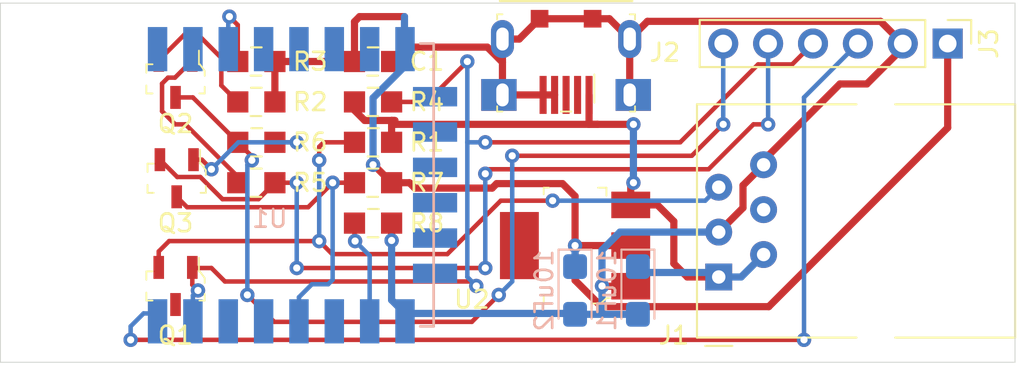
<source format=kicad_pcb>
(kicad_pcb (version 20171130) (host pcbnew "(5.1.9-0-10_14)")

  (general
    (thickness 1.6)
    (drawings 4)
    (tracks 218)
    (zones 0)
    (modules 19)
    (nets 32)
  )

  (page A4)
  (layers
    (0 F.Cu signal)
    (31 B.Cu signal)
    (32 B.Adhes user)
    (33 F.Adhes user)
    (34 B.Paste user)
    (35 F.Paste user)
    (36 B.SilkS user)
    (37 F.SilkS user)
    (38 B.Mask user)
    (39 F.Mask user)
    (40 Dwgs.User user)
    (41 Cmts.User user)
    (42 Eco1.User user)
    (43 Eco2.User user)
    (44 Edge.Cuts user)
    (45 Margin user)
    (46 B.CrtYd user)
    (47 F.CrtYd user)
    (48 B.Fab user)
    (49 F.Fab user hide)
  )

  (setup
    (last_trace_width 0.254)
    (trace_clearance 0.2032)
    (zone_clearance 0.508)
    (zone_45_only no)
    (trace_min 0.2)
    (via_size 0.8128)
    (via_drill 0.4064)
    (via_min_size 0.4)
    (via_min_drill 0.3)
    (uvia_size 0.3)
    (uvia_drill 0.1)
    (uvias_allowed no)
    (uvia_min_size 0.2)
    (uvia_min_drill 0.1)
    (edge_width 0.05)
    (segment_width 0.2)
    (pcb_text_width 0.3)
    (pcb_text_size 1.5 1.5)
    (mod_edge_width 0.12)
    (mod_text_size 1 1)
    (mod_text_width 0.15)
    (pad_size 1.524 1.524)
    (pad_drill 0.762)
    (pad_to_mask_clearance 0)
    (aux_axis_origin 0 0)
    (visible_elements FFFFFF7F)
    (pcbplotparams
      (layerselection 0x010fc_ffffffff)
      (usegerberextensions false)
      (usegerberattributes true)
      (usegerberadvancedattributes true)
      (creategerberjobfile true)
      (excludeedgelayer true)
      (linewidth 0.100000)
      (plotframeref false)
      (viasonmask false)
      (mode 1)
      (useauxorigin false)
      (hpglpennumber 1)
      (hpglpenspeed 20)
      (hpglpendiameter 15.000000)
      (psnegative false)
      (psa4output false)
      (plotreference true)
      (plotvalue true)
      (plotinvisibletext false)
      (padsonsilk false)
      (subtractmaskfromsilk false)
      (outputformat 1)
      (mirror false)
      (drillshape 1)
      (scaleselection 1)
      (outputdirectory ""))
  )

  (net 0 "")
  (net 1 GND)
  (net 2 +5V)
  (net 3 +3V3)
  (net 4 "Net-(J1-Pad4)")
  (net 5 DATA)
  (net 6 "Net-(J2-Pad3)")
  (net 7 "Net-(J2-Pad2)")
  (net 8 RTS)
  (net 9 DTR)
  (net 10 RX)
  (net 11 TX)
  (net 12 "Net-(Q2-Pad1)")
  (net 13 RST)
  (net 14 "Net-(Q3-Pad1)")
  (net 15 GPIO0)
  (net 16 "Net-(R3-Pad1)")
  (net 17 "Net-(R8-Pad2)")
  (net 18 "Net-(U1-Pad22)")
  (net 19 "Net-(U1-Pad21)")
  (net 20 "Net-(U1-Pad20)")
  (net 21 "Net-(U1-Pad19)")
  (net 22 "Net-(U1-Pad18)")
  (net 23 "Net-(U1-Pad17)")
  (net 24 "Net-(U1-Pad14)")
  (net 25 "Net-(U1-Pad13)")
  (net 26 "Net-(U1-Pad11)")
  (net 27 "Net-(U1-Pad7)")
  (net 28 "Net-(U1-Pad6)")
  (net 29 "Net-(U1-Pad5)")
  (net 30 "Net-(U1-Pad4)")
  (net 31 "Net-(U1-Pad2)")

  (net_class Default "This is the default net class."
    (clearance 0.2032)
    (trace_width 0.254)
    (via_dia 0.8128)
    (via_drill 0.4064)
    (uvia_dia 0.3)
    (uvia_drill 0.1)
    (add_net DATA)
    (add_net DTR)
    (add_net GPIO0)
    (add_net "Net-(J1-Pad4)")
    (add_net "Net-(J2-Pad2)")
    (add_net "Net-(J2-Pad3)")
    (add_net "Net-(Q2-Pad1)")
    (add_net "Net-(Q3-Pad1)")
    (add_net "Net-(R3-Pad1)")
    (add_net "Net-(R8-Pad2)")
    (add_net "Net-(U1-Pad11)")
    (add_net "Net-(U1-Pad13)")
    (add_net "Net-(U1-Pad14)")
    (add_net "Net-(U1-Pad17)")
    (add_net "Net-(U1-Pad18)")
    (add_net "Net-(U1-Pad19)")
    (add_net "Net-(U1-Pad2)")
    (add_net "Net-(U1-Pad20)")
    (add_net "Net-(U1-Pad21)")
    (add_net "Net-(U1-Pad22)")
    (add_net "Net-(U1-Pad4)")
    (add_net "Net-(U1-Pad5)")
    (add_net "Net-(U1-Pad6)")
    (add_net "Net-(U1-Pad7)")
    (add_net RST)
    (add_net RTS)
    (add_net RX)
    (add_net TX)
  )

  (net_class POWER ""
    (clearance 0.2032)
    (trace_width 0.4064)
    (via_dia 0.8128)
    (via_drill 0.4064)
    (uvia_dia 0.3)
    (uvia_drill 0.1)
    (add_net +3V3)
    (add_net +5V)
    (add_net GND)
  )

  (module digikey-footprints:SOT-23-3 (layer F.Cu) (tedit 60396C32) (tstamp 6039909F)
    (at 9.906 -4.318 270)
    (path /603A0EE4)
    (attr smd)
    (fp_text reference Q1 (at 2.794 0) (layer F.SilkS)
      (effects (font (size 1 1) (thickness 0.15)))
    )
    (fp_text value BS170 (at 0.025 3.25 90) (layer F.Fab)
      (effects (font (size 1 1) (thickness 0.15)))
    )
    (fp_text user %R (at -0.125 0.15 90) (layer F.Fab)
      (effects (font (size 0.25 0.25) (thickness 0.05)))
    )
    (fp_line (start 0.7 1.52) (end 0.7 -1.52) (layer F.Fab) (width 0.1))
    (fp_line (start -0.7 1.52) (end 0.7 1.52) (layer F.Fab) (width 0.1))
    (fp_line (start 0.825 -1.65) (end 0.825 -1.35) (layer F.SilkS) (width 0.1))
    (fp_line (start 0.45 -1.65) (end 0.825 -1.65) (layer F.SilkS) (width 0.1))
    (fp_line (start 0.825 1.65) (end 0.375 1.65) (layer F.SilkS) (width 0.1))
    (fp_line (start 0.825 1.35) (end 0.825 1.65) (layer F.SilkS) (width 0.1))
    (fp_line (start 0.825 1.425) (end 0.825 1.3) (layer F.SilkS) (width 0.1))
    (fp_line (start -0.825 1.65) (end -0.825 1.3) (layer F.SilkS) (width 0.1))
    (fp_line (start -0.35 1.65) (end -0.825 1.65) (layer F.SilkS) (width 0.1))
    (fp_line (start -0.425 -1.525) (end -0.7 -1.325) (layer F.Fab) (width 0.1))
    (fp_line (start -0.425 -1.525) (end 0.7 -1.525) (layer F.Fab) (width 0.1))
    (fp_line (start -0.7 -1.325) (end -0.7 1.525) (layer F.Fab) (width 0.1))
    (fp_line (start -0.825 -1.325) (end -1.6 -1.325) (layer F.SilkS) (width 0.1))
    (fp_line (start -0.825 -1.375) (end -0.825 -1.325) (layer F.SilkS) (width 0.1))
    (fp_line (start -0.45 -1.65) (end -0.825 -1.375) (layer F.SilkS) (width 0.1))
    (fp_line (start -0.175 -1.65) (end -0.45 -1.65) (layer F.SilkS) (width 0.1))
    (fp_line (start 1.825 -1.95) (end 1.825 1.95) (layer F.CrtYd) (width 0.05))
    (fp_line (start 1.825 1.95) (end -1.825 1.95) (layer F.CrtYd) (width 0.05))
    (fp_line (start -1.825 -1.95) (end -1.825 1.95) (layer F.CrtYd) (width 0.05))
    (fp_line (start -1.825 -1.95) (end 1.825 -1.95) (layer F.CrtYd) (width 0.05))
    (pad 1 smd rect (at -1.05 -0.95 270) (size 1.3 0.6) (layers F.Cu F.Paste F.Mask)
      (net 10 RX) (solder_mask_margin 0.07))
    (pad 2 smd rect (at -1.05 0.95 270) (size 1.3 0.6) (layers F.Cu F.Paste F.Mask)
      (net 5 DATA) (solder_mask_margin 0.07))
    (pad 3 smd rect (at 1.05 0 270) (size 1.3 0.6) (layers F.Cu F.Paste F.Mask)
      (net 1 GND) (solder_mask_margin 0.07))
    (model ${KISYS3DMOD}/Package_TO_SOT_SMD.3dshapes/SOT-23.wrl
      (at (xyz 0 0 0))
      (scale (xyz 1 1 1))
      (rotate (xyz 0 0 0))
    )
  )

  (module digikey-footprints:SOT-223 (layer F.Cu) (tedit 60396C60) (tstamp 6039998E)
    (at 32.512 -6.604 90)
    (path /6039D754)
    (attr smd)
    (fp_text reference U2 (at -3.048 -5.842) (layer F.SilkS)
      (effects (font (size 1 1) (thickness 0.15)))
    )
    (fp_text value AMS1117-3.3 (at 0.15 5.65 90) (layer F.Fab)
      (effects (font (size 1 1) (thickness 0.15)))
    )
    (fp_text user %R (at -0.05 0.025 90) (layer F.Fab)
      (effects (font (size 1 1) (thickness 0.15)))
    )
    (fp_line (start 3.15 -1.65) (end 3.15 1.65) (layer F.Fab) (width 0.1))
    (fp_line (start -3.15 -1.65) (end 3.15 -1.65) (layer F.Fab) (width 0.1))
    (fp_line (start 3.275 -1.775) (end 3.275 -1.475) (layer F.SilkS) (width 0.1))
    (fp_line (start 2.9 -1.775) (end 3.275 -1.775) (layer F.SilkS) (width 0.1))
    (fp_line (start -3.275 -1.775) (end -3.275 -1.375) (layer F.SilkS) (width 0.1))
    (fp_line (start -2.775 -1.775) (end -3.275 -1.775) (layer F.SilkS) (width 0.1))
    (fp_line (start 3.275 1.775) (end 2.825 1.775) (layer F.SilkS) (width 0.1))
    (fp_line (start 3.275 1.3) (end 3.275 1.775) (layer F.SilkS) (width 0.1))
    (fp_line (start -3.15 1.35) (end -2.875 1.65) (layer F.Fab) (width 0.1))
    (fp_line (start 3.15 1.65) (end -2.875 1.65) (layer F.Fab) (width 0.1))
    (fp_line (start -3.15 1.35) (end -3.15 -1.65) (layer F.Fab) (width 0.1))
    (fp_line (start 3.45 -4.45) (end 3.45 4.45) (layer F.CrtYd) (width 0.05))
    (fp_line (start 3.45 -4.45) (end -3.45 -4.45) (layer F.CrtYd) (width 0.05))
    (fp_line (start -3.45 -4.45) (end -3.45 4.45) (layer F.CrtYd) (width 0.05))
    (fp_line (start -3.45 4.45) (end 3.45 4.45) (layer F.CrtYd) (width 0.05))
    (fp_line (start -2.975 1.775) (end -2.975 1.97) (layer F.SilkS) (width 0.1))
    (fp_line (start -3.275 1.45) (end -2.975 1.775) (layer F.SilkS) (width 0.1))
    (fp_line (start -3.275 0.975) (end -3.275 1.45) (layer F.SilkS) (width 0.1))
    (pad 4 smd rect (at 0 -3.15 90) (size 3.8 2.2) (layers F.Cu F.Paste F.Mask))
    (pad 1 smd rect (at -2.3 3.15 90) (size 1.5 2.2) (layers F.Cu F.Paste F.Mask)
      (net 1 GND))
    (pad 2 smd rect (at 0 3.15 90) (size 1.5 2.2) (layers F.Cu F.Paste F.Mask)
      (net 3 +3V3))
    (pad 3 smd rect (at 2.3 3.15 90) (size 1.5 2.2) (layers F.Cu F.Paste F.Mask)
      (net 2 +5V))
    (model ${KISYS3DMOD}/Package_TO_SOT_SMD.3dshapes/SOT-223.step
      (at (xyz 0 0 0))
      (scale (xyz 1 1 1))
      (rotate (xyz 0 0 -90))
    )
  )

  (module ESP8266:ESP-12E_SMD (layer B.Cu) (tedit 58FB7FFE) (tstamp 60399185)
    (at 8.89 -17.018 270)
    (descr "Module, ESP-8266, ESP-12, 16 pad, SMD")
    (tags "Module ESP-8266 ESP8266")
    (path /6039C456)
    (fp_text reference U1 (at 8.89 -6.35) (layer B.SilkS)
      (effects (font (size 1 1) (thickness 0.15)) (justify mirror))
    )
    (fp_text value ESP-12E (at 5.08 -6.35) (layer B.Fab) hide
      (effects (font (size 1 1) (thickness 0.15)) (justify mirror))
    )
    (fp_text user "No Copper" (at 6.892 5.4 270) (layer B.CrtYd)
      (effects (font (size 1 1) (thickness 0.15)) (justify mirror))
    )
    (fp_line (start -2.25 0.5) (end -2.25 8.75) (layer B.CrtYd) (width 0.05))
    (fp_line (start -2.25 8.75) (end 15.25 8.75) (layer B.CrtYd) (width 0.05))
    (fp_line (start 15.25 8.75) (end 16.25 8.75) (layer B.CrtYd) (width 0.05))
    (fp_line (start 16.25 8.75) (end 16.25 -16) (layer B.CrtYd) (width 0.05))
    (fp_line (start 16.25 -16) (end -2.25 -16) (layer B.CrtYd) (width 0.05))
    (fp_line (start -2.25 -16) (end -2.25 0.5) (layer B.CrtYd) (width 0.05))
    (fp_line (start -1.016 8.382) (end 14.986 8.382) (layer B.CrtYd) (width 0.1524))
    (fp_line (start 14.986 8.382) (end 14.986 0.889) (layer B.CrtYd) (width 0.1524))
    (fp_line (start -1.016 8.382) (end -1.016 1.016) (layer B.CrtYd) (width 0.1524))
    (fp_line (start -1.016 -14.859) (end -1.016 -15.621) (layer B.SilkS) (width 0.1524))
    (fp_line (start -1.016 -15.621) (end 14.986 -15.621) (layer B.SilkS) (width 0.1524))
    (fp_line (start 14.986 -15.621) (end 14.986 -14.859) (layer B.SilkS) (width 0.1524))
    (fp_line (start 14.992 8.4) (end -1.008 2.6) (layer B.CrtYd) (width 0.1524))
    (fp_line (start -1.008 8.4) (end 14.992 2.6) (layer B.CrtYd) (width 0.1524))
    (fp_line (start -1.008 2.6) (end 14.992 2.6) (layer B.CrtYd) (width 0.1524))
    (fp_line (start 15 8.4) (end 15 -15.6) (layer B.Fab) (width 0.05))
    (fp_line (start 14.992 -15.6) (end -1.008 -15.6) (layer B.Fab) (width 0.05))
    (fp_line (start -1.008 -15.6) (end -1.008 8.4) (layer B.Fab) (width 0.05))
    (fp_line (start -1.008 8.4) (end 14.992 8.4) (layer B.Fab) (width 0.05))
    (pad 22 smd rect (at 11.99 -15 180) (size 2.5 1.1) (drill (offset -0.7 0)) (layers B.Cu B.Paste B.Mask)
      (net 18 "Net-(U1-Pad22)"))
    (pad 21 smd rect (at 9.99 -15 180) (size 2.5 1.1) (drill (offset -0.7 0)) (layers B.Cu B.Paste B.Mask)
      (net 19 "Net-(U1-Pad21)"))
    (pad 20 smd rect (at 7.99 -15 180) (size 2.5 1.1) (drill (offset -0.7 0)) (layers B.Cu B.Paste B.Mask)
      (net 20 "Net-(U1-Pad20)"))
    (pad 19 smd rect (at 5.99 -15 180) (size 2.5 1.1) (drill (offset -0.7 0)) (layers B.Cu B.Paste B.Mask)
      (net 21 "Net-(U1-Pad19)"))
    (pad 18 smd rect (at 3.99 -15 180) (size 2.5 1.1) (drill (offset -0.7 0)) (layers B.Cu B.Paste B.Mask)
      (net 22 "Net-(U1-Pad18)"))
    (pad 17 smd rect (at 1.99 -15 180) (size 2.5 1.1) (drill (offset -0.7 0)) (layers B.Cu B.Paste B.Mask)
      (net 23 "Net-(U1-Pad17)"))
    (pad 16 smd rect (at 14 0 270) (size 2.5 1.1) (drill (offset 0.7 0)) (layers B.Cu B.Paste B.Mask)
      (net 11 TX))
    (pad 15 smd rect (at 14 -2 270) (size 2.5 1.1) (drill (offset 0.7 0)) (layers B.Cu B.Paste B.Mask)
      (net 10 RX))
    (pad 14 smd rect (at 14 -4 270) (size 2.5 1.1) (drill (offset 0.7 0)) (layers B.Cu B.Paste B.Mask)
      (net 24 "Net-(U1-Pad14)"))
    (pad 13 smd rect (at 14 -6 270) (size 2.5 1.1) (drill (offset 0.7 0)) (layers B.Cu B.Paste B.Mask)
      (net 25 "Net-(U1-Pad13)"))
    (pad 12 smd rect (at 14 -8 270) (size 2.5 1.1) (drill (offset 0.7 0)) (layers B.Cu B.Paste B.Mask)
      (net 15 GPIO0))
    (pad 11 smd rect (at 14 -10 270) (size 2.5 1.1) (drill (offset 0.7 0)) (layers B.Cu B.Paste B.Mask)
      (net 26 "Net-(U1-Pad11)"))
    (pad 10 smd rect (at 14 -12 270) (size 2.5 1.1) (drill (offset 0.7 0)) (layers B.Cu B.Paste B.Mask)
      (net 17 "Net-(R8-Pad2)"))
    (pad 9 smd rect (at 14 -14 270) (size 2.5 1.1) (drill (offset 0.7 0)) (layers B.Cu B.Paste B.Mask)
      (net 1 GND))
    (pad 8 smd rect (at 0 -14 270) (size 2.5 1.1) (drill (offset -0.7 0)) (layers B.Cu B.Paste B.Mask)
      (net 3 +3V3))
    (pad 7 smd rect (at 0 -12 270) (size 2.5 1.1) (drill (offset -0.7 0)) (layers B.Cu B.Paste B.Mask)
      (net 27 "Net-(U1-Pad7)"))
    (pad 6 smd rect (at 0 -10 270) (size 2.5 1.1) (drill (offset -0.7 0)) (layers B.Cu B.Paste B.Mask)
      (net 28 "Net-(U1-Pad6)"))
    (pad 5 smd rect (at 0 -8 270) (size 2.5 1.1) (drill (offset -0.7 0)) (layers B.Cu B.Paste B.Mask)
      (net 29 "Net-(U1-Pad5)"))
    (pad 4 smd rect (at 0 -6 270) (size 2.5 1.1) (drill (offset -0.7 0)) (layers B.Cu B.Paste B.Mask)
      (net 30 "Net-(U1-Pad4)"))
    (pad 3 smd rect (at 0 -4 270) (size 2.5 1.1) (drill (offset -0.7 0)) (layers B.Cu B.Paste B.Mask)
      (net 16 "Net-(R3-Pad1)"))
    (pad 2 smd rect (at 0 -2 270) (size 2.5 1.1) (drill (offset -0.7 0)) (layers B.Cu B.Paste B.Mask)
      (net 31 "Net-(U1-Pad2)"))
    (pad 1 smd rect (at 0 0 270) (size 2.5 1.1) (drill (offset -0.7 0)) (layers B.Cu B.Paste B.Mask)
      (net 13 RST))
    (model ${ESPLIB}/ESP8266.3dshapes/ESP-12.wrl
      (at (xyz 0 0 0))
      (scale (xyz 0.3937 0.3937 0.3937))
      (rotate (xyz 0 0 0))
    )
  )

  (module digikey-footprints:0805 (layer F.Cu) (tedit 60396B7D) (tstamp 60399157)
    (at 21.082 -7.874 180)
    (path /603AE4CA)
    (attr smd)
    (fp_text reference R8 (at -3.048 0) (layer F.SilkS)
      (effects (font (size 1 1) (thickness 0.15)))
    )
    (fp_text value 10K (at 0 1.95) (layer F.Fab)
      (effects (font (size 1 1) (thickness 0.15)))
    )
    (fp_line (start -1.9 0.93) (end 1.9 0.93) (layer F.CrtYd) (width 0.05))
    (fp_line (start -1.9 -0.93) (end 1.9 -0.93) (layer F.CrtYd) (width 0.05))
    (fp_line (start 1.9 0.93) (end 1.9 -0.93) (layer F.CrtYd) (width 0.05))
    (fp_line (start -1.9 0.93) (end -1.9 -0.93) (layer F.CrtYd) (width 0.05))
    (fp_line (start -0.32 0.8) (end 0.28 0.8) (layer F.SilkS) (width 0.12))
    (fp_line (start -0.3 -0.8) (end 0.3 -0.8) (layer F.SilkS) (width 0.12))
    (fp_line (start -0.95 0.68) (end 0.95 0.68) (layer F.Fab) (width 0.12))
    (fp_line (start -0.95 -0.68) (end 0.95 -0.68) (layer F.Fab) (width 0.12))
    (fp_line (start 0.95 -0.675) (end 0.95 0.675) (layer F.Fab) (width 0.12))
    (fp_line (start -0.95 -0.675) (end -0.95 0.675) (layer F.Fab) (width 0.12))
    (pad 1 smd rect (at -1.05 0 180) (size 1.2 1.2) (layers F.Cu F.Paste F.Mask)
      (net 1 GND))
    (pad 2 smd rect (at 1.05 0 180) (size 1.2 1.2) (layers F.Cu F.Paste F.Mask)
      (net 17 "Net-(R8-Pad2)"))
    (model ${KISYS3DMOD}/Resistor_SMD.3dshapes/R_0805_2012Metric.step
      (at (xyz 0 0 0))
      (scale (xyz 1 1 1))
      (rotate (xyz 0 0 0))
    )
  )

  (module digikey-footprints:0805 (layer F.Cu) (tedit 60396B7D) (tstamp 60399147)
    (at 21.082 -10.16)
    (path /603FD3F8)
    (attr smd)
    (fp_text reference R7 (at 3.048 0) (layer F.SilkS)
      (effects (font (size 1 1) (thickness 0.15)))
    )
    (fp_text value 10K (at 0 1.95) (layer F.Fab)
      (effects (font (size 1 1) (thickness 0.15)))
    )
    (fp_line (start -1.9 0.93) (end 1.9 0.93) (layer F.CrtYd) (width 0.05))
    (fp_line (start -1.9 -0.93) (end 1.9 -0.93) (layer F.CrtYd) (width 0.05))
    (fp_line (start 1.9 0.93) (end 1.9 -0.93) (layer F.CrtYd) (width 0.05))
    (fp_line (start -1.9 0.93) (end -1.9 -0.93) (layer F.CrtYd) (width 0.05))
    (fp_line (start -0.32 0.8) (end 0.28 0.8) (layer F.SilkS) (width 0.12))
    (fp_line (start -0.3 -0.8) (end 0.3 -0.8) (layer F.SilkS) (width 0.12))
    (fp_line (start -0.95 0.68) (end 0.95 0.68) (layer F.Fab) (width 0.12))
    (fp_line (start -0.95 -0.68) (end 0.95 -0.68) (layer F.Fab) (width 0.12))
    (fp_line (start 0.95 -0.675) (end 0.95 0.675) (layer F.Fab) (width 0.12))
    (fp_line (start -0.95 -0.675) (end -0.95 0.675) (layer F.Fab) (width 0.12))
    (pad 1 smd rect (at -1.05 0) (size 1.2 1.2) (layers F.Cu F.Paste F.Mask)
      (net 15 GPIO0))
    (pad 2 smd rect (at 1.05 0) (size 1.2 1.2) (layers F.Cu F.Paste F.Mask)
      (net 3 +3V3))
    (model ${KISYS3DMOD}/Resistor_SMD.3dshapes/R_0805_2012Metric.step
      (at (xyz 0 0 0))
      (scale (xyz 1 1 1))
      (rotate (xyz 0 0 0))
    )
  )

  (module digikey-footprints:0805 (layer F.Cu) (tedit 60396B7D) (tstamp 60399137)
    (at 14.478 -12.446 180)
    (path /603F2C98)
    (attr smd)
    (fp_text reference R6 (at -3.048 0) (layer F.SilkS)
      (effects (font (size 1 1) (thickness 0.15)))
    )
    (fp_text value 10K (at 0 1.95) (layer F.Fab)
      (effects (font (size 1 1) (thickness 0.15)))
    )
    (fp_line (start -1.9 0.93) (end 1.9 0.93) (layer F.CrtYd) (width 0.05))
    (fp_line (start -1.9 -0.93) (end 1.9 -0.93) (layer F.CrtYd) (width 0.05))
    (fp_line (start 1.9 0.93) (end 1.9 -0.93) (layer F.CrtYd) (width 0.05))
    (fp_line (start -1.9 0.93) (end -1.9 -0.93) (layer F.CrtYd) (width 0.05))
    (fp_line (start -0.32 0.8) (end 0.28 0.8) (layer F.SilkS) (width 0.12))
    (fp_line (start -0.3 -0.8) (end 0.3 -0.8) (layer F.SilkS) (width 0.12))
    (fp_line (start -0.95 0.68) (end 0.95 0.68) (layer F.Fab) (width 0.12))
    (fp_line (start -0.95 -0.68) (end 0.95 -0.68) (layer F.Fab) (width 0.12))
    (fp_line (start 0.95 -0.675) (end 0.95 0.675) (layer F.Fab) (width 0.12))
    (fp_line (start -0.95 -0.675) (end -0.95 0.675) (layer F.Fab) (width 0.12))
    (pad 1 smd rect (at -1.05 0 180) (size 1.2 1.2) (layers F.Cu F.Paste F.Mask)
      (net 14 "Net-(Q3-Pad1)"))
    (pad 2 smd rect (at 1.05 0 180) (size 1.2 1.2) (layers F.Cu F.Paste F.Mask)
      (net 8 RTS))
    (model ${KISYS3DMOD}/Resistor_SMD.3dshapes/R_0805_2012Metric.step
      (at (xyz 0 0 0))
      (scale (xyz 1 1 1))
      (rotate (xyz 0 0 0))
    )
  )

  (module digikey-footprints:0805 (layer F.Cu) (tedit 60396B7D) (tstamp 60399127)
    (at 14.478 -10.16)
    (path /603F370B)
    (attr smd)
    (fp_text reference R5 (at 3.048 0) (layer F.SilkS)
      (effects (font (size 1 1) (thickness 0.15)))
    )
    (fp_text value 10K (at 0 1.95) (layer F.Fab)
      (effects (font (size 1 1) (thickness 0.15)))
    )
    (fp_line (start -1.9 0.93) (end 1.9 0.93) (layer F.CrtYd) (width 0.05))
    (fp_line (start -1.9 -0.93) (end 1.9 -0.93) (layer F.CrtYd) (width 0.05))
    (fp_line (start 1.9 0.93) (end 1.9 -0.93) (layer F.CrtYd) (width 0.05))
    (fp_line (start -1.9 0.93) (end -1.9 -0.93) (layer F.CrtYd) (width 0.05))
    (fp_line (start -0.32 0.8) (end 0.28 0.8) (layer F.SilkS) (width 0.12))
    (fp_line (start -0.3 -0.8) (end 0.3 -0.8) (layer F.SilkS) (width 0.12))
    (fp_line (start -0.95 0.68) (end 0.95 0.68) (layer F.Fab) (width 0.12))
    (fp_line (start -0.95 -0.68) (end 0.95 -0.68) (layer F.Fab) (width 0.12))
    (fp_line (start 0.95 -0.675) (end 0.95 0.675) (layer F.Fab) (width 0.12))
    (fp_line (start -0.95 -0.675) (end -0.95 0.675) (layer F.Fab) (width 0.12))
    (pad 1 smd rect (at -1.05 0) (size 1.2 1.2) (layers F.Cu F.Paste F.Mask)
      (net 12 "Net-(Q2-Pad1)"))
    (pad 2 smd rect (at 1.05 0) (size 1.2 1.2) (layers F.Cu F.Paste F.Mask)
      (net 9 DTR))
    (model ${KISYS3DMOD}/Resistor_SMD.3dshapes/R_0805_2012Metric.step
      (at (xyz 0 0 0))
      (scale (xyz 1 1 1))
      (rotate (xyz 0 0 0))
    )
  )

  (module digikey-footprints:0805 (layer F.Cu) (tedit 60396B7D) (tstamp 60399117)
    (at 21.082 -14.732)
    (path /603B8B6D)
    (attr smd)
    (fp_text reference R4 (at 3.048 0) (layer F.SilkS)
      (effects (font (size 1 1) (thickness 0.15)))
    )
    (fp_text value 10K (at 0 1.95) (layer F.Fab)
      (effects (font (size 1 1) (thickness 0.15)))
    )
    (fp_line (start -1.9 0.93) (end 1.9 0.93) (layer F.CrtYd) (width 0.05))
    (fp_line (start -1.9 -0.93) (end 1.9 -0.93) (layer F.CrtYd) (width 0.05))
    (fp_line (start 1.9 0.93) (end 1.9 -0.93) (layer F.CrtYd) (width 0.05))
    (fp_line (start -1.9 0.93) (end -1.9 -0.93) (layer F.CrtYd) (width 0.05))
    (fp_line (start -0.32 0.8) (end 0.28 0.8) (layer F.SilkS) (width 0.12))
    (fp_line (start -0.3 -0.8) (end 0.3 -0.8) (layer F.SilkS) (width 0.12))
    (fp_line (start -0.95 0.68) (end 0.95 0.68) (layer F.Fab) (width 0.12))
    (fp_line (start -0.95 -0.68) (end 0.95 -0.68) (layer F.Fab) (width 0.12))
    (fp_line (start 0.95 -0.675) (end 0.95 0.675) (layer F.Fab) (width 0.12))
    (fp_line (start -0.95 -0.675) (end -0.95 0.675) (layer F.Fab) (width 0.12))
    (pad 1 smd rect (at -1.05 0) (size 1.2 1.2) (layers F.Cu F.Paste F.Mask)
      (net 2 +5V))
    (pad 2 smd rect (at 1.05 0) (size 1.2 1.2) (layers F.Cu F.Paste F.Mask)
      (net 10 RX))
    (model ${KISYS3DMOD}/Resistor_SMD.3dshapes/R_0805_2012Metric.step
      (at (xyz 0 0 0))
      (scale (xyz 1 1 1))
      (rotate (xyz 0 0 0))
    )
  )

  (module digikey-footprints:0805 (layer F.Cu) (tedit 60396B7D) (tstamp 60399107)
    (at 14.478 -17.018)
    (path /603ADA73)
    (attr smd)
    (fp_text reference R3 (at 3.048 0) (layer F.SilkS)
      (effects (font (size 1 1) (thickness 0.15)))
    )
    (fp_text value 10K (at 0 1.95) (layer F.Fab)
      (effects (font (size 1 1) (thickness 0.15)))
    )
    (fp_line (start -1.9 0.93) (end 1.9 0.93) (layer F.CrtYd) (width 0.05))
    (fp_line (start -1.9 -0.93) (end 1.9 -0.93) (layer F.CrtYd) (width 0.05))
    (fp_line (start 1.9 0.93) (end 1.9 -0.93) (layer F.CrtYd) (width 0.05))
    (fp_line (start -1.9 0.93) (end -1.9 -0.93) (layer F.CrtYd) (width 0.05))
    (fp_line (start -0.32 0.8) (end 0.28 0.8) (layer F.SilkS) (width 0.12))
    (fp_line (start -0.3 -0.8) (end 0.3 -0.8) (layer F.SilkS) (width 0.12))
    (fp_line (start -0.95 0.68) (end 0.95 0.68) (layer F.Fab) (width 0.12))
    (fp_line (start -0.95 -0.68) (end 0.95 -0.68) (layer F.Fab) (width 0.12))
    (fp_line (start 0.95 -0.675) (end 0.95 0.675) (layer F.Fab) (width 0.12))
    (fp_line (start -0.95 -0.675) (end -0.95 0.675) (layer F.Fab) (width 0.12))
    (pad 1 smd rect (at -1.05 0) (size 1.2 1.2) (layers F.Cu F.Paste F.Mask)
      (net 16 "Net-(R3-Pad1)"))
    (pad 2 smd rect (at 1.05 0) (size 1.2 1.2) (layers F.Cu F.Paste F.Mask)
      (net 3 +3V3))
    (model ${KISYS3DMOD}/Resistor_SMD.3dshapes/R_0805_2012Metric.step
      (at (xyz 0 0 0))
      (scale (xyz 1 1 1))
      (rotate (xyz 0 0 0))
    )
  )

  (module digikey-footprints:0805 (layer F.Cu) (tedit 60396B7D) (tstamp 603990F7)
    (at 14.478 -14.732)
    (path /603ACF16)
    (attr smd)
    (fp_text reference R2 (at 3.048 0) (layer F.SilkS)
      (effects (font (size 1 1) (thickness 0.15)))
    )
    (fp_text value 10K (at 0 1.95) (layer F.Fab)
      (effects (font (size 1 1) (thickness 0.15)))
    )
    (fp_line (start -1.9 0.93) (end 1.9 0.93) (layer F.CrtYd) (width 0.05))
    (fp_line (start -1.9 -0.93) (end 1.9 -0.93) (layer F.CrtYd) (width 0.05))
    (fp_line (start 1.9 0.93) (end 1.9 -0.93) (layer F.CrtYd) (width 0.05))
    (fp_line (start -1.9 0.93) (end -1.9 -0.93) (layer F.CrtYd) (width 0.05))
    (fp_line (start -0.32 0.8) (end 0.28 0.8) (layer F.SilkS) (width 0.12))
    (fp_line (start -0.3 -0.8) (end 0.3 -0.8) (layer F.SilkS) (width 0.12))
    (fp_line (start -0.95 0.68) (end 0.95 0.68) (layer F.Fab) (width 0.12))
    (fp_line (start -0.95 -0.68) (end 0.95 -0.68) (layer F.Fab) (width 0.12))
    (fp_line (start 0.95 -0.675) (end 0.95 0.675) (layer F.Fab) (width 0.12))
    (fp_line (start -0.95 -0.675) (end -0.95 0.675) (layer F.Fab) (width 0.12))
    (pad 1 smd rect (at -1.05 0) (size 1.2 1.2) (layers F.Cu F.Paste F.Mask)
      (net 13 RST))
    (pad 2 smd rect (at 1.05 0) (size 1.2 1.2) (layers F.Cu F.Paste F.Mask)
      (net 3 +3V3))
    (model ${KISYS3DMOD}/Resistor_SMD.3dshapes/R_0805_2012Metric.step
      (at (xyz 0 0 0))
      (scale (xyz 1 1 1))
      (rotate (xyz 0 0 0))
    )
  )

  (module digikey-footprints:0805 (layer F.Cu) (tedit 60396B7D) (tstamp 603990E7)
    (at 21.082 -12.446 180)
    (path /603B913D)
    (attr smd)
    (fp_text reference R1 (at -3.048 0) (layer F.SilkS)
      (effects (font (size 1 1) (thickness 0.15)))
    )
    (fp_text value 10K (at 0 1.95) (layer F.Fab)
      (effects (font (size 1 1) (thickness 0.15)))
    )
    (fp_line (start -1.9 0.93) (end 1.9 0.93) (layer F.CrtYd) (width 0.05))
    (fp_line (start -1.9 -0.93) (end 1.9 -0.93) (layer F.CrtYd) (width 0.05))
    (fp_line (start 1.9 0.93) (end 1.9 -0.93) (layer F.CrtYd) (width 0.05))
    (fp_line (start -1.9 0.93) (end -1.9 -0.93) (layer F.CrtYd) (width 0.05))
    (fp_line (start -0.32 0.8) (end 0.28 0.8) (layer F.SilkS) (width 0.12))
    (fp_line (start -0.3 -0.8) (end 0.3 -0.8) (layer F.SilkS) (width 0.12))
    (fp_line (start -0.95 0.68) (end 0.95 0.68) (layer F.Fab) (width 0.12))
    (fp_line (start -0.95 -0.68) (end 0.95 -0.68) (layer F.Fab) (width 0.12))
    (fp_line (start 0.95 -0.675) (end 0.95 0.675) (layer F.Fab) (width 0.12))
    (fp_line (start -0.95 -0.675) (end -0.95 0.675) (layer F.Fab) (width 0.12))
    (pad 1 smd rect (at -1.05 0 180) (size 1.2 1.2) (layers F.Cu F.Paste F.Mask)
      (net 2 +5V))
    (pad 2 smd rect (at 1.05 0 180) (size 1.2 1.2) (layers F.Cu F.Paste F.Mask)
      (net 5 DATA))
    (model ${KISYS3DMOD}/Resistor_SMD.3dshapes/R_0805_2012Metric.step
      (at (xyz 0 0 0))
      (scale (xyz 1 1 1))
      (rotate (xyz 0 0 0))
    )
  )

  (module digikey-footprints:SOT-23-3 (layer F.Cu) (tedit 60396C32) (tstamp 603990D7)
    (at 9.972 -10.414 270)
    (path /603E5D9F)
    (attr smd)
    (fp_text reference Q3 (at 2.54 0.066) (layer F.SilkS)
      (effects (font (size 1 1) (thickness 0.15)))
    )
    (fp_text value Q_NPN_BCE (at 0.025 3.25 90) (layer F.Fab)
      (effects (font (size 1 1) (thickness 0.15)))
    )
    (fp_text user %R (at -0.125 0.15 90) (layer F.Fab)
      (effects (font (size 0.25 0.25) (thickness 0.05)))
    )
    (fp_line (start 0.7 1.52) (end 0.7 -1.52) (layer F.Fab) (width 0.1))
    (fp_line (start -0.7 1.52) (end 0.7 1.52) (layer F.Fab) (width 0.1))
    (fp_line (start 0.825 -1.65) (end 0.825 -1.35) (layer F.SilkS) (width 0.1))
    (fp_line (start 0.45 -1.65) (end 0.825 -1.65) (layer F.SilkS) (width 0.1))
    (fp_line (start 0.825 1.65) (end 0.375 1.65) (layer F.SilkS) (width 0.1))
    (fp_line (start 0.825 1.35) (end 0.825 1.65) (layer F.SilkS) (width 0.1))
    (fp_line (start 0.825 1.425) (end 0.825 1.3) (layer F.SilkS) (width 0.1))
    (fp_line (start -0.825 1.65) (end -0.825 1.3) (layer F.SilkS) (width 0.1))
    (fp_line (start -0.35 1.65) (end -0.825 1.65) (layer F.SilkS) (width 0.1))
    (fp_line (start -0.425 -1.525) (end -0.7 -1.325) (layer F.Fab) (width 0.1))
    (fp_line (start -0.425 -1.525) (end 0.7 -1.525) (layer F.Fab) (width 0.1))
    (fp_line (start -0.7 -1.325) (end -0.7 1.525) (layer F.Fab) (width 0.1))
    (fp_line (start -0.825 -1.325) (end -1.6 -1.325) (layer F.SilkS) (width 0.1))
    (fp_line (start -0.825 -1.375) (end -0.825 -1.325) (layer F.SilkS) (width 0.1))
    (fp_line (start -0.45 -1.65) (end -0.825 -1.375) (layer F.SilkS) (width 0.1))
    (fp_line (start -0.175 -1.65) (end -0.45 -1.65) (layer F.SilkS) (width 0.1))
    (fp_line (start 1.825 -1.95) (end 1.825 1.95) (layer F.CrtYd) (width 0.05))
    (fp_line (start 1.825 1.95) (end -1.825 1.95) (layer F.CrtYd) (width 0.05))
    (fp_line (start -1.825 -1.95) (end -1.825 1.95) (layer F.CrtYd) (width 0.05))
    (fp_line (start -1.825 -1.95) (end 1.825 -1.95) (layer F.CrtYd) (width 0.05))
    (pad 1 smd rect (at -1.05 -0.95 270) (size 1.3 0.6) (layers F.Cu F.Paste F.Mask)
      (net 14 "Net-(Q3-Pad1)") (solder_mask_margin 0.07))
    (pad 2 smd rect (at -1.05 0.95 270) (size 1.3 0.6) (layers F.Cu F.Paste F.Mask)
      (net 9 DTR) (solder_mask_margin 0.07))
    (pad 3 smd rect (at 1.05 0 270) (size 1.3 0.6) (layers F.Cu F.Paste F.Mask)
      (net 15 GPIO0) (solder_mask_margin 0.07))
    (model ${KISYS3DMOD}/Package_TO_SOT_SMD.3dshapes/SOT-23.wrl
      (at (xyz 0 0 0))
      (scale (xyz 1 1 1))
      (rotate (xyz 0 0 0))
    )
  )

  (module digikey-footprints:SOT-23-3 (layer F.Cu) (tedit 60396C32) (tstamp 603990BB)
    (at 9.906 -16.036 270)
    (path /603E4B44)
    (attr smd)
    (fp_text reference Q2 (at 2.54 0 180) (layer F.SilkS)
      (effects (font (size 1 1) (thickness 0.15)))
    )
    (fp_text value Q_NPN_BCE (at 0.025 3.25 90) (layer F.Fab)
      (effects (font (size 1 1) (thickness 0.15)))
    )
    (fp_text user %R (at -0.125 0.15 90) (layer F.Fab)
      (effects (font (size 0.25 0.25) (thickness 0.05)))
    )
    (fp_line (start 0.7 1.52) (end 0.7 -1.52) (layer F.Fab) (width 0.1))
    (fp_line (start -0.7 1.52) (end 0.7 1.52) (layer F.Fab) (width 0.1))
    (fp_line (start 0.825 -1.65) (end 0.825 -1.35) (layer F.SilkS) (width 0.1))
    (fp_line (start 0.45 -1.65) (end 0.825 -1.65) (layer F.SilkS) (width 0.1))
    (fp_line (start 0.825 1.65) (end 0.375 1.65) (layer F.SilkS) (width 0.1))
    (fp_line (start 0.825 1.35) (end 0.825 1.65) (layer F.SilkS) (width 0.1))
    (fp_line (start 0.825 1.425) (end 0.825 1.3) (layer F.SilkS) (width 0.1))
    (fp_line (start -0.825 1.65) (end -0.825 1.3) (layer F.SilkS) (width 0.1))
    (fp_line (start -0.35 1.65) (end -0.825 1.65) (layer F.SilkS) (width 0.1))
    (fp_line (start -0.425 -1.525) (end -0.7 -1.325) (layer F.Fab) (width 0.1))
    (fp_line (start -0.425 -1.525) (end 0.7 -1.525) (layer F.Fab) (width 0.1))
    (fp_line (start -0.7 -1.325) (end -0.7 1.525) (layer F.Fab) (width 0.1))
    (fp_line (start -0.825 -1.325) (end -1.6 -1.325) (layer F.SilkS) (width 0.1))
    (fp_line (start -0.825 -1.375) (end -0.825 -1.325) (layer F.SilkS) (width 0.1))
    (fp_line (start -0.45 -1.65) (end -0.825 -1.375) (layer F.SilkS) (width 0.1))
    (fp_line (start -0.175 -1.65) (end -0.45 -1.65) (layer F.SilkS) (width 0.1))
    (fp_line (start 1.825 -1.95) (end 1.825 1.95) (layer F.CrtYd) (width 0.05))
    (fp_line (start 1.825 1.95) (end -1.825 1.95) (layer F.CrtYd) (width 0.05))
    (fp_line (start -1.825 -1.95) (end -1.825 1.95) (layer F.CrtYd) (width 0.05))
    (fp_line (start -1.825 -1.95) (end 1.825 -1.95) (layer F.CrtYd) (width 0.05))
    (pad 1 smd rect (at -1.05 -0.95 270) (size 1.3 0.6) (layers F.Cu F.Paste F.Mask)
      (net 12 "Net-(Q2-Pad1)") (solder_mask_margin 0.07))
    (pad 2 smd rect (at -1.05 0.95 270) (size 1.3 0.6) (layers F.Cu F.Paste F.Mask)
      (net 13 RST) (solder_mask_margin 0.07))
    (pad 3 smd rect (at 1.05 0 270) (size 1.3 0.6) (layers F.Cu F.Paste F.Mask)
      (net 8 RTS) (solder_mask_margin 0.07))
    (model ${KISYS3DMOD}/Package_TO_SOT_SMD.3dshapes/SOT-23.wrl
      (at (xyz 0 0 0))
      (scale (xyz 1 1 1))
      (rotate (xyz 0 0 0))
    )
  )

  (module Connector_PinHeader_2.54mm:PinHeader_1x06_P2.54mm_Vertical (layer F.Cu) (tedit 59FED5CC) (tstamp 6039908B)
    (at 53.594 -18.034 270)
    (descr "Through hole straight pin header, 1x06, 2.54mm pitch, single row")
    (tags "Through hole pin header THT 1x06 2.54mm single row")
    (path /603A9445)
    (fp_text reference J3 (at 0 -2.33 90) (layer F.SilkS)
      (effects (font (size 1 1) (thickness 0.15)))
    )
    (fp_text value Conn_01x06_MountingPin (at 0 15.03 90) (layer F.Fab)
      (effects (font (size 1 1) (thickness 0.15)))
    )
    (fp_text user %R (at 0 6.35) (layer F.Fab)
      (effects (font (size 1 1) (thickness 0.15)))
    )
    (fp_line (start -0.635 -1.27) (end 1.27 -1.27) (layer F.Fab) (width 0.1))
    (fp_line (start 1.27 -1.27) (end 1.27 13.97) (layer F.Fab) (width 0.1))
    (fp_line (start 1.27 13.97) (end -1.27 13.97) (layer F.Fab) (width 0.1))
    (fp_line (start -1.27 13.97) (end -1.27 -0.635) (layer F.Fab) (width 0.1))
    (fp_line (start -1.27 -0.635) (end -0.635 -1.27) (layer F.Fab) (width 0.1))
    (fp_line (start -1.33 14.03) (end 1.33 14.03) (layer F.SilkS) (width 0.12))
    (fp_line (start -1.33 1.27) (end -1.33 14.03) (layer F.SilkS) (width 0.12))
    (fp_line (start 1.33 1.27) (end 1.33 14.03) (layer F.SilkS) (width 0.12))
    (fp_line (start -1.33 1.27) (end 1.33 1.27) (layer F.SilkS) (width 0.12))
    (fp_line (start -1.33 0) (end -1.33 -1.33) (layer F.SilkS) (width 0.12))
    (fp_line (start -1.33 -1.33) (end 0 -1.33) (layer F.SilkS) (width 0.12))
    (fp_line (start -1.8 -1.8) (end -1.8 14.5) (layer F.CrtYd) (width 0.05))
    (fp_line (start -1.8 14.5) (end 1.8 14.5) (layer F.CrtYd) (width 0.05))
    (fp_line (start 1.8 14.5) (end 1.8 -1.8) (layer F.CrtYd) (width 0.05))
    (fp_line (start 1.8 -1.8) (end -1.8 -1.8) (layer F.CrtYd) (width 0.05))
    (pad 6 thru_hole oval (at 0 12.7 270) (size 1.7 1.7) (drill 1) (layers *.Cu *.Mask)
      (net 8 RTS))
    (pad 5 thru_hole oval (at 0 10.16 270) (size 1.7 1.7) (drill 1) (layers *.Cu *.Mask)
      (net 9 DTR))
    (pad 4 thru_hole oval (at 0 7.62 270) (size 1.7 1.7) (drill 1) (layers *.Cu *.Mask)
      (net 10 RX))
    (pad 3 thru_hole oval (at 0 5.08 270) (size 1.7 1.7) (drill 1) (layers *.Cu *.Mask)
      (net 11 TX))
    (pad 2 thru_hole oval (at 0 2.54 270) (size 1.7 1.7) (drill 1) (layers *.Cu *.Mask)
      (net 1 GND))
    (pad 1 thru_hole rect (at 0 0 270) (size 1.7 1.7) (drill 1) (layers *.Cu *.Mask)
      (net 3 +3V3))
    (model ${KISYS3DMOD}/Connector_PinHeader_2.54mm.3dshapes/PinHeader_1x06_P2.54mm_Vertical.wrl
      (at (xyz 0 0 0))
      (scale (xyz 1 1 1))
      (rotate (xyz 0 0 0))
    )
  )

  (module MySymbols:USB_Micro_B_Female (layer F.Cu) (tedit 60355D5F) (tstamp 60399071)
    (at 32.004 -18.288 180)
    (descr https://cdn.amphenol-icc.com/media/wysiwyg/files/drawing/10103594.pdf)
    (path /603DE563)
    (attr smd)
    (fp_text reference J2 (at -5.588 -0.762 180) (layer F.SilkS)
      (effects (font (size 1 1) (thickness 0.15)))
    )
    (fp_text value USB_B_Micro (at 0 2.79 180) (layer F.Fab)
      (effects (font (size 1 1) (thickness 0.15)))
    )
    (fp_line (start 3.75 2.15) (end -3.75 2.15) (layer F.SilkS) (width 0.12))
    (fp_line (start -3.75 -3.97) (end -3.75 1.29) (layer F.Fab) (width 0.1))
    (fp_line (start -3.75 -3.97) (end 3.75 -3.97) (layer F.Fab) (width 0.1))
    (fp_line (start 3.75 -3.97) (end 3.75 1.29) (layer F.Fab) (width 0.1))
    (fp_line (start -3.75 1.29) (end 3.75 1.29) (layer F.Fab) (width 0.1))
    (fp_line (start 3.9 -4.1) (end 3.9 -3.8) (layer F.SilkS) (width 0.1))
    (fp_line (start 3.9 -4.1) (end 3.6 -4.1) (layer F.SilkS) (width 0.1))
    (fp_line (start -3.9 -4.1) (end -3.9 -3.8) (layer F.SilkS) (width 0.1))
    (fp_line (start -3.9 -4.1) (end -3.6 -4.1) (layer F.SilkS) (width 0.1))
    (fp_line (start -3.9 1.4) (end -3.6 1.4) (layer F.SilkS) (width 0.1))
    (fp_line (start -3.9 1.4) (end -3.9 1.1) (layer F.SilkS) (width 0.1))
    (fp_line (start 3.9 1.4) (end 3.6 1.4) (layer F.SilkS) (width 0.1))
    (fp_line (start 3.9 1.4) (end 3.9 1.1) (layer F.SilkS) (width 0.1))
    (fp_line (start 0 -4.1) (end -0.3 -4.1) (layer F.SilkS) (width 0.1))
    (fp_line (start 0 -4.1) (end 0.3 -4.1) (layer F.SilkS) (width 0.1))
    (fp_line (start -1.6 -3.6) (end -1.6 -2) (layer F.SilkS) (width 0.1))
    (fp_line (start -4.68 1.75) (end -4.68 -4.22) (layer F.CrtYd) (width 0.05))
    (fp_line (start -4.68 1.75) (end 4.68 1.75) (layer F.CrtYd) (width 0.05))
    (fp_line (start -4.68 -4.22) (end 4.68 -4.22) (layer F.CrtYd) (width 0.05))
    (fp_line (start 4.68 1.75) (end 4.68 -4.22) (layer F.CrtYd) (width 0.05))
    (pad 5 smd rect (at 1.3 -3.16 180) (size 0.4 2.15) (layers F.Cu F.Paste F.Mask)
      (net 1 GND))
    (pad 4 smd rect (at 0.65 -3.16 180) (size 0.4 2.15) (layers F.Cu F.Paste F.Mask)
      (net 1 GND))
    (pad 3 smd rect (at 0 -3.16 180) (size 0.4 2.15) (layers F.Cu F.Paste F.Mask)
      (net 6 "Net-(J2-Pad3)"))
    (pad 2 smd rect (at -0.65 -3.16 180) (size 0.4 2.15) (layers F.Cu F.Paste F.Mask)
      (net 7 "Net-(J2-Pad2)"))
    (pad SH smd rect (at 1.5 1.15 180) (size 1 1) (layers F.Cu F.Paste F.Mask)
      (net 1 GND))
    (pad "" np_thru_hole circle (at 2 -2.15 180) (size 0.6 0.6) (drill 0.6) (layers *.Cu *.Mask))
    (pad "" np_thru_hole circle (at -2 -2.15 180) (size 0.6 0.6) (drill 0.6) (layers *.Cu *.Mask))
    (pad SH thru_hole oval (at 3.6 0 180) (size 1.3 2.15) (drill oval 0.7 1.3) (layers *.Cu *.Mask)
      (net 1 GND))
    (pad SH thru_hole rect (at 3.6 -3.16) (size 2 1.8) (drill oval 0.7 1.3 (offset -0.2 0)) (layers *.Cu *.Mask)
      (net 1 GND))
    (pad SH thru_hole oval (at -3.6 0 180) (size 1.3 2.15) (drill oval 0.7 1.3) (layers *.Cu *.Mask)
      (net 1 GND))
    (pad SH thru_hole rect (at -3.6 -3.16 180) (size 2 1.8) (drill oval 0.7 1.3 (offset -0.2 0)) (layers *.Cu *.Mask)
      (net 1 GND))
    (pad 1 smd rect (at -1.3 -3.16 180) (size 0.4 2.15) (layers F.Cu F.Paste F.Mask)
      (net 2 +5V))
    (pad SH smd rect (at -1.5 1.15 180) (size 1 1) (layers F.Cu F.Paste F.Mask)
      (net 1 GND))
    (model ${KISYS3DMOD}/Connector_USB.3dshapes/USB_Micro-B_Molex_47346-0001.step
      (offset (xyz 0 1.5 0))
      (scale (xyz 1 1 1))
      (rotate (xyz 0 0 0))
    )
  )

  (module Connector_RJ:RJ12_Amphenol_54601 (layer F.Cu) (tedit 5AE2E32D) (tstamp 6039904C)
    (at 40.64 -4.826 90)
    (descr "RJ12 connector  https://cdn.amphenol-icc.com/media/wysiwyg/files/drawing/c-bmj-0082.pdf")
    (tags "RJ12 connector")
    (path /603AA045)
    (fp_text reference J1 (at -3.302 -2.54) (layer F.SilkS)
      (effects (font (size 1 1) (thickness 0.15)))
    )
    (fp_text value RJ12 (at 3.54 18.3 90) (layer F.Fab)
      (effects (font (size 1 1) (thickness 0.15)))
    )
    (fp_text user %R (at 3.16 7.76 90) (layer F.Fab)
      (effects (font (size 1 1) (thickness 0.15)))
    )
    (fp_line (start -3.43 -0.48) (end -3.43 -1.23) (layer F.Fab) (width 0.1))
    (fp_line (start -2.93 0.02) (end -3.43 -0.48) (layer F.Fab) (width 0.1))
    (fp_line (start -3.43 0.52) (end -2.93 0.02) (layer F.Fab) (width 0.1))
    (fp_line (start -3.9 0.77) (end -3.9 -0.76) (layer F.SilkS) (width 0.12))
    (fp_line (start -3.43 7.79) (end -3.43 -1.23) (layer F.SilkS) (width 0.12))
    (fp_line (start -3.43 7.72) (end -3.43 7.79) (layer F.SilkS) (width 0.1))
    (fp_line (start -3.43 16.77) (end -3.43 9.99) (layer F.SilkS) (width 0.12))
    (fp_line (start 9.77 16.77) (end -3.43 16.77) (layer F.SilkS) (width 0.12))
    (fp_line (start 9.77 16.76) (end 9.77 16.77) (layer F.SilkS) (width 0.1))
    (fp_line (start 9.77 16.77) (end 9.77 9.99) (layer F.SilkS) (width 0.12))
    (fp_line (start 9.77 16.65) (end 9.77 16.77) (layer F.SilkS) (width 0.1))
    (fp_line (start 9.77 -1.23) (end 9.77 7.79) (layer F.SilkS) (width 0.12))
    (fp_line (start -3.43 -1.23) (end 9.77 -1.23) (layer F.SilkS) (width 0.12))
    (fp_line (start -4.04 17.27) (end -4.04 -1.73) (layer F.CrtYd) (width 0.05))
    (fp_line (start 10.38 17.27) (end -4.04 17.27) (layer F.CrtYd) (width 0.05))
    (fp_line (start 10.38 -1.73) (end 10.38 17.27) (layer F.CrtYd) (width 0.05))
    (fp_line (start -4.04 -1.73) (end 10.38 -1.73) (layer F.CrtYd) (width 0.05))
    (fp_line (start 9.77 16.77) (end -3.43 16.77) (layer F.Fab) (width 0.1))
    (fp_line (start 9.77 -1.23) (end 9.77 16.77) (layer F.Fab) (width 0.1))
    (fp_line (start -3.43 -1.23) (end 9.77 -1.23) (layer F.Fab) (width 0.1))
    (fp_line (start -3.43 16.77) (end -3.43 0.52) (layer F.Fab) (width 0.1))
    (pad 1 thru_hole rect (at 0 0 90) (size 1.52 1.52) (drill 0.76) (layers *.Cu *.Mask)
      (net 2 +5V))
    (pad "" np_thru_hole circle (at -1.91 8.89 90) (size 3.25 3.25) (drill 3.25) (layers *.Cu *.Mask))
    (pad 2 thru_hole circle (at 1.27 2.54 90) (size 1.52 1.52) (drill 0.76) (layers *.Cu *.Mask)
      (net 2 +5V))
    (pad 3 thru_hole circle (at 2.54 0 90) (size 1.52 1.52) (drill 0.76) (layers *.Cu *.Mask)
      (net 1 GND))
    (pad 4 thru_hole circle (at 3.81 2.54 90) (size 1.52 1.52) (drill 0.76) (layers *.Cu *.Mask)
      (net 4 "Net-(J1-Pad4)"))
    (pad 5 thru_hole circle (at 5.08 0 90) (size 1.52 1.52) (drill 0.76) (layers *.Cu *.Mask)
      (net 5 DATA))
    (pad 6 thru_hole circle (at 6.35 2.54 90) (size 1.52 1.52) (drill 0.76) (layers *.Cu *.Mask)
      (net 1 GND))
    (pad "" np_thru_hole circle (at 8.25 8.89 90) (size 3.25 3.25) (drill 3.25) (layers *.Cu *.Mask))
    (model ${KISYS3DMOD}/Connector_RJ.3dshapes/RJ12_Amphenol_54601.wrl
      (at (xyz 0 0 0))
      (scale (xyz 1 1 1))
      (rotate (xyz 0 0 0))
    )
  )

  (module digikey-footprints:0805 (layer F.Cu) (tedit 60396B7D) (tstamp 6039902A)
    (at 21.082 -17.018)
    (path /603B2F3D)
    (attr smd)
    (fp_text reference C1 (at 3.048 0) (layer F.SilkS)
      (effects (font (size 1 1) (thickness 0.15)))
    )
    (fp_text value 100nF (at 0 1.95) (layer F.Fab)
      (effects (font (size 1 1) (thickness 0.15)))
    )
    (fp_line (start -1.9 0.93) (end 1.9 0.93) (layer F.CrtYd) (width 0.05))
    (fp_line (start -1.9 -0.93) (end 1.9 -0.93) (layer F.CrtYd) (width 0.05))
    (fp_line (start 1.9 0.93) (end 1.9 -0.93) (layer F.CrtYd) (width 0.05))
    (fp_line (start -1.9 0.93) (end -1.9 -0.93) (layer F.CrtYd) (width 0.05))
    (fp_line (start -0.32 0.8) (end 0.28 0.8) (layer F.SilkS) (width 0.12))
    (fp_line (start -0.3 -0.8) (end 0.3 -0.8) (layer F.SilkS) (width 0.12))
    (fp_line (start -0.95 0.68) (end 0.95 0.68) (layer F.Fab) (width 0.12))
    (fp_line (start -0.95 -0.68) (end 0.95 -0.68) (layer F.Fab) (width 0.12))
    (fp_line (start 0.95 -0.675) (end 0.95 0.675) (layer F.Fab) (width 0.12))
    (fp_line (start -0.95 -0.675) (end -0.95 0.675) (layer F.Fab) (width 0.12))
    (pad 1 smd rect (at -1.05 0) (size 1.2 1.2) (layers F.Cu F.Paste F.Mask)
      (net 3 +3V3))
    (pad 2 smd rect (at 1.05 0) (size 1.2 1.2) (layers F.Cu F.Paste F.Mask)
      (net 1 GND))
    (model ${KISYS3DMOD}/Resistor_SMD.3dshapes/R_0805_2012Metric.step
      (at (xyz 0 0 0))
      (scale (xyz 1 1 1))
      (rotate (xyz 0 0 0))
    )
  )

  (module Capacitor_Tantalum_SMD:CP_EIA-3216-18_Kemet-A (layer B.Cu) (tedit 60396BF1) (tstamp 6039901A)
    (at 32.512 -4.064 270)
    (descr "Tantalum Capacitor SMD Kemet-A (3216-18 Metric), IPC_7351 nominal, (Body size from: http://www.kemet.com/Lists/ProductCatalog/Attachments/253/KEM_TC101_STD.pdf), generated with kicad-footprint-generator")
    (tags "capacitor tantalum")
    (path /603CB4A5)
    (attr smd)
    (fp_text reference 10uF2 (at 0 1.75 90) (layer B.SilkS)
      (effects (font (size 1 1) (thickness 0.15)) (justify mirror))
    )
    (fp_text value C_Polarized (at 0 -1.75 90) (layer B.Fab)
      (effects (font (size 1 1) (thickness 0.15)) (justify mirror))
    )
    (fp_text user %R (at 0 0 90) (layer B.Fab)
      (effects (font (size 0.8 0.8) (thickness 0.12)) (justify mirror))
    )
    (fp_line (start 2.3 -1.05) (end -2.3 -1.05) (layer B.CrtYd) (width 0.05))
    (fp_line (start 2.3 1.05) (end 2.3 -1.05) (layer B.CrtYd) (width 0.05))
    (fp_line (start -2.3 1.05) (end 2.3 1.05) (layer B.CrtYd) (width 0.05))
    (fp_line (start -2.3 -1.05) (end -2.3 1.05) (layer B.CrtYd) (width 0.05))
    (fp_line (start -2.31 -0.935) (end 1.6 -0.935) (layer B.SilkS) (width 0.12))
    (fp_line (start -2.31 0.935) (end -2.31 -0.935) (layer B.SilkS) (width 0.12))
    (fp_line (start 1.6 0.935) (end -2.31 0.935) (layer B.SilkS) (width 0.12))
    (fp_line (start 1.6 -0.8) (end 1.6 0.8) (layer B.Fab) (width 0.1))
    (fp_line (start -1.6 -0.8) (end 1.6 -0.8) (layer B.Fab) (width 0.1))
    (fp_line (start -1.6 0.4) (end -1.6 -0.8) (layer B.Fab) (width 0.1))
    (fp_line (start -1.2 0.8) (end -1.6 0.4) (layer B.Fab) (width 0.1))
    (fp_line (start 1.6 0.8) (end -1.2 0.8) (layer B.Fab) (width 0.1))
    (pad 2 smd roundrect (at 1.35 0 270) (size 1.4 1.35) (layers B.Cu B.Paste B.Mask) (roundrect_rratio 0.185185)
      (net 1 GND))
    (pad 1 smd roundrect (at -1.35 0 270) (size 1.4 1.35) (layers B.Cu B.Paste B.Mask) (roundrect_rratio 0.185185)
      (net 3 +3V3))
    (model ${KISYS3DMOD}/Capacitor_Tantalum_SMD.3dshapes/CP_EIA-3216-18_Kemet-A.wrl
      (at (xyz 0 0 0))
      (scale (xyz 1 1 1))
      (rotate (xyz 0 0 0))
    )
    (model ${KISYS3DMOD}/Capacitor_SMD.3dshapes/C_1206_3216Metric.wrl
      (at (xyz 0 0 0))
      (scale (xyz 1 1 1))
      (rotate (xyz 0 0 0))
    )
  )

  (module Capacitor_Tantalum_SMD:CP_EIA-3216-18_Kemet-A (layer B.Cu) (tedit 60396BF1) (tstamp 60399007)
    (at 36.068 -4.064 270)
    (descr "Tantalum Capacitor SMD Kemet-A (3216-18 Metric), IPC_7351 nominal, (Body size from: http://www.kemet.com/Lists/ProductCatalog/Attachments/253/KEM_TC101_STD.pdf), generated with kicad-footprint-generator")
    (tags "capacitor tantalum")
    (path /6039F11D)
    (attr smd)
    (fp_text reference 10uF1 (at 0 1.75 90) (layer B.SilkS)
      (effects (font (size 1 1) (thickness 0.15)) (justify mirror))
    )
    (fp_text value C_Polarized (at 0 -1.75 90) (layer B.Fab)
      (effects (font (size 1 1) (thickness 0.15)) (justify mirror))
    )
    (fp_text user %R (at 0 0 90) (layer B.Fab)
      (effects (font (size 0.8 0.8) (thickness 0.12)) (justify mirror))
    )
    (fp_line (start 2.3 -1.05) (end -2.3 -1.05) (layer B.CrtYd) (width 0.05))
    (fp_line (start 2.3 1.05) (end 2.3 -1.05) (layer B.CrtYd) (width 0.05))
    (fp_line (start -2.3 1.05) (end 2.3 1.05) (layer B.CrtYd) (width 0.05))
    (fp_line (start -2.3 -1.05) (end -2.3 1.05) (layer B.CrtYd) (width 0.05))
    (fp_line (start -2.31 -0.935) (end 1.6 -0.935) (layer B.SilkS) (width 0.12))
    (fp_line (start -2.31 0.935) (end -2.31 -0.935) (layer B.SilkS) (width 0.12))
    (fp_line (start 1.6 0.935) (end -2.31 0.935) (layer B.SilkS) (width 0.12))
    (fp_line (start 1.6 -0.8) (end 1.6 0.8) (layer B.Fab) (width 0.1))
    (fp_line (start -1.6 -0.8) (end 1.6 -0.8) (layer B.Fab) (width 0.1))
    (fp_line (start -1.6 0.4) (end -1.6 -0.8) (layer B.Fab) (width 0.1))
    (fp_line (start -1.2 0.8) (end -1.6 0.4) (layer B.Fab) (width 0.1))
    (fp_line (start 1.6 0.8) (end -1.2 0.8) (layer B.Fab) (width 0.1))
    (pad 2 smd roundrect (at 1.35 0 270) (size 1.4 1.35) (layers B.Cu B.Paste B.Mask) (roundrect_rratio 0.185185)
      (net 1 GND))
    (pad 1 smd roundrect (at -1.35 0 270) (size 1.4 1.35) (layers B.Cu B.Paste B.Mask) (roundrect_rratio 0.185185)
      (net 2 +5V))
    (model ${KISYS3DMOD}/Capacitor_Tantalum_SMD.3dshapes/CP_EIA-3216-18_Kemet-A.wrl
      (at (xyz 0 0 0))
      (scale (xyz 1 1 1))
      (rotate (xyz 0 0 0))
    )
    (model ${KISYS3DMOD}/Capacitor_SMD.3dshapes/C_1206_3216Metric.wrl
      (at (xyz 0 0 0))
      (scale (xyz 1 1 1))
      (rotate (xyz 0 0 0))
    )
  )

  (gr_line (start 57.404 -20.32) (end 57.404 0) (layer Edge.Cuts) (width 0.05))
  (gr_line (start 0 -20.32) (end 57.404 -20.32) (layer Edge.Cuts) (width 0.05))
  (gr_line (start 0 0) (end 0 -20.32) (layer Edge.Cuts) (width 0.05))
  (gr_line (start 0 0) (end 57.404 0) (layer Edge.Cuts) (width 0.05))

  (segment (start 34.05 -4.304) (end 34.036 -4.318) (width 0.4064) (layer F.Cu) (net 1))
  (segment (start 35.662 -4.304) (end 34.05 -4.304) (width 0.4064) (layer F.Cu) (net 1))
  (segment (start 35.052 -7.366) (end 34.036 -6.35) (width 0.4064) (layer B.Cu) (net 1))
  (segment (start 40.64 -7.366) (end 35.052 -7.366) (width 0.4064) (layer B.Cu) (net 1))
  (segment (start 34.036 -6.35) (end 34.036 -4.318) (width 0.4064) (layer B.Cu) (net 1))
  (via (at 34.036 -4.318) (size 0.8128) (drill 0.4064) (layers F.Cu B.Cu) (net 1))
  (segment (start 34.036 -2.714) (end 34.036 -4.318) (width 0.4064) (layer B.Cu) (net 1))
  (segment (start 36.068 -2.714) (end 34.036 -2.714) (width 0.4064) (layer B.Cu) (net 1))
  (segment (start 32.512 -2.714) (end 34.036 -2.714) (width 0.4064) (layer B.Cu) (net 1))
  (segment (start 32.462 -2.764) (end 32.512 -2.714) (width 0.4064) (layer B.Cu) (net 1))
  (segment (start 22.89 -2.764) (end 32.462 -2.764) (width 0.4064) (layer B.Cu) (net 1))
  (segment (start 31.354 -15.128) (end 30.704 -15.128) (width 0.4064) (layer F.Cu) (net 1))
  (segment (start 30.704 -15.128) (end 28.404 -15.128) (width 0.4064) (layer F.Cu) (net 1))
  (segment (start 29.354 -18.288) (end 30.504 -19.438) (width 0.4064) (layer F.Cu) (net 1))
  (segment (start 28.404 -18.288) (end 29.354 -18.288) (width 0.4064) (layer F.Cu) (net 1))
  (segment (start 30.504 -19.438) (end 33.504 -19.438) (width 0.4064) (layer F.Cu) (net 1))
  (segment (start 34.454 -19.438) (end 35.604 -18.288) (width 0.4064) (layer F.Cu) (net 1))
  (segment (start 33.504 -19.438) (end 34.454 -19.438) (width 0.4064) (layer F.Cu) (net 1))
  (segment (start 35.604 -15.128) (end 35.604 -18.288) (width 0.4064) (layer F.Cu) (net 1))
  (segment (start 49.797599 -19.290401) (end 51.054 -18.034) (width 0.4064) (layer F.Cu) (net 1))
  (segment (start 36.606401 -19.290401) (end 49.797599 -19.290401) (width 0.4064) (layer F.Cu) (net 1))
  (segment (start 35.604 -18.288) (end 36.606401 -19.290401) (width 0.4064) (layer F.Cu) (net 1))
  (segment (start 42.013599 -10.009599) (end 43.18 -11.176) (width 0.4064) (layer F.Cu) (net 1))
  (segment (start 42.013599 -8.739599) (end 42.013599 -10.009599) (width 0.4064) (layer F.Cu) (net 1))
  (segment (start 40.64 -7.366) (end 42.013599 -8.739599) (width 0.4064) (layer F.Cu) (net 1))
  (segment (start 51.054 -17.78) (end 51.054 -18.034) (width 0.4064) (layer F.Cu) (net 1))
  (segment (start 49.022 -15.748) (end 51.054 -17.78) (width 0.4064) (layer F.Cu) (net 1))
  (segment (start 43.18 -11.43) (end 47.498 -15.748) (width 0.4064) (layer F.Cu) (net 1))
  (segment (start 47.498 -15.748) (end 49.022 -15.748) (width 0.4064) (layer F.Cu) (net 1))
  (segment (start 43.18 -11.176) (end 43.18 -11.43) (width 0.4064) (layer F.Cu) (net 1))
  (segment (start 28.404 -16.974) (end 28.404 -18.288) (width 0.4064) (layer F.Cu) (net 1))
  (segment (start 28.404 -15.128) (end 28.404 -16.974) (width 0.4064) (layer F.Cu) (net 1))
  (segment (start 22.132 -17.018) (end 22.944804 -17.830804) (width 0.4064) (layer F.Cu) (net 1))
  (segment (start 22.944804 -17.830804) (end 27.547196 -17.830804) (width 0.4064) (layer F.Cu) (net 1))
  (segment (start 27.547196 -17.830804) (end 28.404 -16.974) (width 0.4064) (layer F.Cu) (net 1))
  (via (at 22.132 -6.892) (size 0.8128) (drill 0.4064) (layers F.Cu B.Cu) (net 1))
  (segment (start 22.89 -2.764) (end 22.132 -3.522) (width 0.4064) (layer B.Cu) (net 1))
  (segment (start 22.132 -7.874) (end 22.132 -6.892) (width 0.4064) (layer F.Cu) (net 1))
  (segment (start 22.132 -3.522) (end 22.132 -6.892) (width 0.4064) (layer B.Cu) (net 1))
  (segment (start 40.64 -4.826) (end 38.862 -4.826) (width 0.4064) (layer F.Cu) (net 2))
  (segment (start 38.862 -4.826) (end 38.1 -5.588) (width 0.4064) (layer F.Cu) (net 2))
  (segment (start 37.1684 -8.904) (end 35.662 -8.904) (width 0.4064) (layer F.Cu) (net 2))
  (segment (start 38.1 -7.9724) (end 37.1684 -8.904) (width 0.4064) (layer F.Cu) (net 2))
  (segment (start 38.1 -5.588) (end 38.1 -7.9724) (width 0.4064) (layer F.Cu) (net 2))
  (segment (start 36.402 -5.08) (end 36.068 -5.414) (width 0.4064) (layer B.Cu) (net 2))
  (segment (start 40.386 -5.08) (end 36.402 -5.08) (width 0.4064) (layer B.Cu) (net 2))
  (segment (start 40.64 -4.826) (end 40.386 -5.08) (width 0.4064) (layer B.Cu) (net 2))
  (segment (start 41.91 -4.826) (end 43.18 -6.096) (width 0.4064) (layer B.Cu) (net 2))
  (segment (start 40.64 -4.826) (end 41.91 -4.826) (width 0.4064) (layer B.Cu) (net 2))
  (segment (start 20.608 -13.682) (end 22.318 -13.682) (width 0.4064) (layer F.Cu) (net 2))
  (segment (start 20.032 -14.258) (end 20.608 -13.682) (width 0.4064) (layer F.Cu) (net 2))
  (segment (start 20.032 -14.732) (end 20.032 -14.258) (width 0.4064) (layer F.Cu) (net 2))
  (segment (start 22.132 -13.682) (end 22.318 -13.682) (width 0.4064) (layer F.Cu) (net 2))
  (segment (start 22.132 -12.446) (end 22.132 -13.682) (width 0.4064) (layer F.Cu) (net 2))
  (segment (start 35.662 -10.008) (end 35.814 -10.16) (width 0.4064) (layer F.Cu) (net 2))
  (via (at 35.814 -10.16) (size 0.8128) (drill 0.4064) (layers F.Cu B.Cu) (net 2))
  (segment (start 35.662 -8.904) (end 35.662 -10.008) (width 0.4064) (layer F.Cu) (net 2))
  (via (at 35.814 -13.462) (size 0.8128) (drill 0.4064) (layers F.Cu B.Cu) (net 2))
  (segment (start 35.814 -10.16) (end 35.814 -13.462) (width 0.4064) (layer B.Cu) (net 2))
  (segment (start 35.814 -13.462) (end 33.782 -13.462) (width 0.4064) (layer F.Cu) (net 2))
  (segment (start 33.304 -13.462) (end 33.782 -13.462) (width 0.4064) (layer F.Cu) (net 2))
  (segment (start 33.304 -15.128) (end 33.304 -13.462) (width 0.4064) (layer F.Cu) (net 2))
  (segment (start 22.352 -13.462) (end 33.782 -13.462) (width 0.4064) (layer F.Cu) (net 2))
  (segment (start 22.132 -13.682) (end 22.352 -13.462) (width 0.4064) (layer F.Cu) (net 2))
  (via (at 32.512 -6.604) (size 0.8128) (drill 0.4064) (layers F.Cu B.Cu) (net 3))
  (segment (start 35.662 -6.604) (end 32.512 -6.604) (width 0.4064) (layer F.Cu) (net 3))
  (segment (start 32.512 -5.414) (end 32.512 -6.604) (width 0.4064) (layer B.Cu) (net 3))
  (segment (start 32.512 -4.639054) (end 32.512 -6.604) (width 0.4064) (layer F.Cu) (net 3))
  (segment (start 43.470191 -3.147599) (end 34.003455 -3.147599) (width 0.4064) (layer F.Cu) (net 3))
  (segment (start 34.003455 -3.147599) (end 32.512 -4.639054) (width 0.4064) (layer F.Cu) (net 3))
  (segment (start 53.594 -13.271408) (end 43.470191 -3.147599) (width 0.4064) (layer F.Cu) (net 3))
  (segment (start 53.594 -18.034) (end 53.594 -13.271408) (width 0.4064) (layer F.Cu) (net 3))
  (segment (start 15.528 -17.018) (end 15.528 -14.732) (width 0.4064) (layer F.Cu) (net 3))
  (segment (start 15.528 -17.018) (end 20.032 -17.018) (width 0.4064) (layer F.Cu) (net 3))
  (segment (start 22.89 -16.764) (end 22.86 -16.794) (width 0.4064) (layer B.Cu) (net 3))
  (segment (start 22.86 -16.794) (end 22.86 -19.558) (width 0.4064) (layer B.Cu) (net 3))
  (segment (start 20.32 -19.558) (end 22.86 -19.558) (width 0.4064) (layer F.Cu) (net 3))
  (segment (start 20.032 -19.27) (end 20.32 -19.558) (width 0.4064) (layer F.Cu) (net 3))
  (segment (start 20.032 -17.018) (end 20.032 -19.27) (width 0.4064) (layer F.Cu) (net 3))
  (via (at 21.081997 -11.176003) (size 0.8128) (drill 0.4064) (layers F.Cu B.Cu) (net 3))
  (segment (start 21.081997 -14.955997) (end 21.081997 -11.750739) (width 0.4064) (layer B.Cu) (net 3))
  (segment (start 21.115997 -11.176003) (end 21.081997 -11.176003) (width 0.4064) (layer F.Cu) (net 3))
  (segment (start 22.132 -10.16) (end 21.115997 -11.176003) (width 0.4064) (layer F.Cu) (net 3))
  (segment (start 22.89 -16.764) (end 21.081997 -14.955997) (width 0.4064) (layer B.Cu) (net 3))
  (segment (start 21.081997 -11.750739) (end 21.081997 -11.176003) (width 0.4064) (layer B.Cu) (net 3))
  (segment (start 23.443205 -9.855195) (end 23.1384 -10.16) (width 0.4064) (layer F.Cu) (net 3))
  (segment (start 27.822145 -9.855195) (end 23.443205 -9.855195) (width 0.4064) (layer F.Cu) (net 3))
  (segment (start 31.800801 -10.109199) (end 28.076149 -10.109199) (width 0.4064) (layer F.Cu) (net 3))
  (segment (start 32.512 -6.604) (end 32.512 -9.398) (width 0.4064) (layer F.Cu) (net 3))
  (segment (start 32.512 -9.398) (end 31.800801 -10.109199) (width 0.4064) (layer F.Cu) (net 3))
  (segment (start 23.1384 -10.16) (end 22.132 -10.16) (width 0.4064) (layer F.Cu) (net 3))
  (segment (start 28.076149 -10.109199) (end 27.822145 -9.855195) (width 0.4064) (layer F.Cu) (net 3))
  (via (at 18.034 -11.43) (size 0.8128) (drill 0.4064) (layers F.Cu B.Cu) (net 5))
  (segment (start 18.034 -12.192) (end 18.034 -11.43) (width 0.254) (layer F.Cu) (net 5))
  (segment (start 18.288 -12.446) (end 18.034 -12.192) (width 0.254) (layer F.Cu) (net 5))
  (segment (start 20.032 -12.446) (end 18.288 -12.446) (width 0.254) (layer F.Cu) (net 5))
  (via (at 18.034 -6.858) (size 0.8128) (drill 0.4064) (layers F.Cu B.Cu) (net 5))
  (segment (start 8.956 -6.272) (end 9.542 -6.858) (width 0.254) (layer F.Cu) (net 5))
  (segment (start 9.542 -6.858) (end 18.034 -6.858) (width 0.254) (layer F.Cu) (net 5))
  (segment (start 18.034 -11.43) (end 18.034 -6.858) (width 0.254) (layer B.Cu) (net 5))
  (segment (start 8.956 -5.368) (end 8.956 -6.272) (width 0.254) (layer F.Cu) (net 5))
  (segment (start 18.770601 -6.121399) (end 25.285037 -6.121399) (width 0.254) (layer F.Cu) (net 5))
  (segment (start 25.285037 -6.121399) (end 28.307638 -9.144) (width 0.254) (layer F.Cu) (net 5))
  (segment (start 18.034 -6.858) (end 18.770601 -6.121399) (width 0.254) (layer F.Cu) (net 5))
  (via (at 31.242 -9.144) (size 0.8128) (drill 0.4064) (layers F.Cu B.Cu) (net 5))
  (segment (start 28.307638 -9.144) (end 31.242 -9.144) (width 0.254) (layer F.Cu) (net 5))
  (segment (start 39.878 -9.144) (end 40.64 -9.906) (width 0.254) (layer B.Cu) (net 5))
  (segment (start 31.242 -9.144) (end 39.878 -9.144) (width 0.254) (layer B.Cu) (net 5))
  (segment (start 10.888 -14.986) (end 13.428 -12.446) (width 0.254) (layer F.Cu) (net 8))
  (segment (start 9.906 -14.986) (end 10.888 -14.986) (width 0.254) (layer F.Cu) (net 8))
  (via (at 28.194 -3.81) (size 0.8128) (drill 0.4064) (layers F.Cu B.Cu) (net 8))
  (via (at 13.97 -3.81) (size 0.8128) (drill 0.4064) (layers F.Cu B.Cu) (net 8))
  (segment (start 15.492201 -2.287799) (end 13.97 -3.81) (width 0.254) (layer F.Cu) (net 8))
  (segment (start 26.671799 -2.287799) (end 15.492201 -2.287799) (width 0.254) (layer F.Cu) (net 8))
  (segment (start 28.194 -3.81) (end 26.671799 -2.287799) (width 0.254) (layer F.Cu) (net 8))
  (via (at 14.224 -11.43) (size 0.8128) (drill 0.4064) (layers F.Cu B.Cu) (net 8))
  (segment (start 13.97 -11.176) (end 14.224 -11.43) (width 0.254) (layer B.Cu) (net 8))
  (segment (start 13.97 -3.81) (end 13.97 -11.176) (width 0.254) (layer B.Cu) (net 8))
  (segment (start 14.224 -11.65) (end 13.428 -12.446) (width 0.254) (layer F.Cu) (net 8))
  (segment (start 14.224 -11.43) (end 14.224 -11.65) (width 0.254) (layer F.Cu) (net 8))
  (segment (start 28.194 -3.81) (end 28.956 -4.572) (width 0.254) (layer B.Cu) (net 8))
  (segment (start 28.956 -4.572) (end 28.956 -11.684) (width 0.254) (layer B.Cu) (net 8))
  (via (at 28.956 -11.684) (size 0.8128) (drill 0.4064) (layers F.Cu B.Cu) (net 8))
  (segment (start 40.894 -18.034) (end 40.894 -13.462) (width 0.254) (layer B.Cu) (net 8))
  (via (at 40.894 -13.462) (size 0.8128) (drill 0.4064) (layers F.Cu B.Cu) (net 8))
  (segment (start 28.956 -11.684) (end 39.116 -11.684) (width 0.254) (layer F.Cu) (net 8))
  (segment (start 39.116 -11.684) (end 40.894 -13.462) (width 0.254) (layer F.Cu) (net 8))
  (segment (start 14.597799 -9.229799) (end 15.528 -10.16) (width 0.254) (layer F.Cu) (net 9))
  (segment (start 12.563839 -9.229799) (end 14.597799 -9.229799) (width 0.254) (layer F.Cu) (net 9))
  (segment (start 11.309839 -10.483799) (end 12.563839 -9.229799) (width 0.254) (layer F.Cu) (net 9))
  (segment (start 10.002201 -10.483799) (end 11.309839 -10.483799) (width 0.254) (layer F.Cu) (net 9))
  (segment (start 9.022 -11.464) (end 10.002201 -10.483799) (width 0.254) (layer F.Cu) (net 9))
  (via (at 16.764 -10.16) (size 0.8128) (drill 0.4064) (layers F.Cu B.Cu) (net 9))
  (segment (start 15.528 -10.16) (end 16.764 -10.16) (width 0.254) (layer F.Cu) (net 9))
  (via (at 16.764 -5.334) (size 0.8128) (drill 0.4064) (layers F.Cu B.Cu) (net 9))
  (segment (start 16.764 -10.16) (end 16.764 -5.334) (width 0.254) (layer B.Cu) (net 9))
  (via (at 27.432 -5.334) (size 0.8128) (drill 0.4064) (layers F.Cu B.Cu) (net 9))
  (segment (start 16.764 -5.334) (end 27.432 -5.334) (width 0.254) (layer F.Cu) (net 9))
  (segment (start 27.432 -5.334) (end 27.432 -10.668004) (width 0.254) (layer B.Cu) (net 9))
  (via (at 27.432 -10.668004) (size 0.8128) (drill 0.4064) (layers F.Cu B.Cu) (net 9))
  (via (at 43.433992 -13.462) (size 0.8128) (drill 0.4064) (layers F.Cu B.Cu) (net 9))
  (segment (start 43.434 -18.034) (end 43.434 -13.462008) (width 0.254) (layer B.Cu) (net 9))
  (segment (start 43.434 -13.462008) (end 43.433992 -13.462) (width 0.254) (layer B.Cu) (net 9))
  (segment (start 27.432 -10.668004) (end 27.685994 -10.921998) (width 0.254) (layer F.Cu) (net 9))
  (segment (start 27.685994 -10.921998) (end 40.065262 -10.921998) (width 0.254) (layer F.Cu) (net 9))
  (segment (start 40.065262 -10.921998) (end 42.605264 -13.462) (width 0.254) (layer F.Cu) (net 9))
  (segment (start 42.605264 -13.462) (end 43.433992 -13.462) (width 0.254) (layer F.Cu) (net 9))
  (via (at 26.924 -4.318) (size 0.8128) (drill 0.4064) (layers F.Cu B.Cu) (net 10))
  (segment (start 26.924 -4.318) (end 26.416 -4.826) (width 0.254) (layer B.Cu) (net 10))
  (via (at 26.416 -17.018) (size 0.8128) (drill 0.4064) (layers F.Cu B.Cu) (net 10))
  (segment (start 24.13 -14.732) (end 26.416 -17.018) (width 0.254) (layer F.Cu) (net 10))
  (segment (start 22.132 -14.732) (end 24.13 -14.732) (width 0.254) (layer F.Cu) (net 10))
  (segment (start 10.89 -2.764) (end 10.89 -3.777994) (width 0.254) (layer B.Cu) (net 10))
  (via (at 11.176006 -4.064) (size 0.8128) (drill 0.4064) (layers F.Cu B.Cu) (net 10))
  (segment (start 10.856 -5.368) (end 10.856 -4.384006) (width 0.254) (layer F.Cu) (net 10))
  (segment (start 10.89 -3.777994) (end 11.176006 -4.064) (width 0.254) (layer B.Cu) (net 10))
  (segment (start 10.856 -4.384006) (end 11.176006 -4.064) (width 0.254) (layer F.Cu) (net 10))
  (segment (start 10.89 -5.334) (end 10.856 -5.368) (width 0.254) (layer F.Cu) (net 10))
  (segment (start 11.938 -5.334) (end 10.89 -5.334) (width 0.254) (layer F.Cu) (net 10))
  (segment (start 12.7 -4.572) (end 11.938 -5.334) (width 0.254) (layer F.Cu) (net 10))
  (segment (start 26.67 -4.572) (end 12.7 -4.572) (width 0.254) (layer F.Cu) (net 10))
  (segment (start 26.924 -4.318) (end 26.67 -4.572) (width 0.254) (layer F.Cu) (net 10))
  (via (at 27.432 -12.446) (size 0.8128) (drill 0.4064) (layers F.Cu B.Cu) (net 10))
  (segment (start 38.459704 -12.446) (end 27.432 -12.446) (width 0.254) (layer F.Cu) (net 10))
  (segment (start 42.867503 -16.853799) (end 38.459704 -12.446) (width 0.254) (layer F.Cu) (net 10))
  (segment (start 44.793799 -16.853799) (end 42.867503 -16.853799) (width 0.254) (layer F.Cu) (net 10))
  (segment (start 45.974 -18.034) (end 44.793799 -16.853799) (width 0.254) (layer F.Cu) (net 10))
  (segment (start 27.432 -12.446) (end 26.416 -12.446) (width 0.254) (layer B.Cu) (net 10))
  (segment (start 26.416 -12.446) (end 26.416 -17.018) (width 0.254) (layer B.Cu) (net 10))
  (segment (start 26.416 -4.826) (end 26.416 -12.446) (width 0.254) (layer B.Cu) (net 10))
  (via (at 45.466 -1.27) (size 0.8128) (drill 0.4064) (layers F.Cu B.Cu) (net 11))
  (segment (start 45.466 -14.986) (end 45.466 -1.27) (width 0.254) (layer B.Cu) (net 11))
  (segment (start 48.514 -18.034) (end 45.466 -14.986) (width 0.254) (layer B.Cu) (net 11))
  (segment (start 45.466 -1.27) (end 7.366 -1.27) (width 0.254) (layer F.Cu) (net 11))
  (via (at 7.366 -1.27) (size 0.8128) (drill 0.4064) (layers F.Cu B.Cu) (net 11))
  (segment (start 7.366 -1.27) (end 7.366 -2.032) (width 0.254) (layer B.Cu) (net 11))
  (segment (start 8.098 -2.764) (end 8.89 -2.764) (width 0.254) (layer B.Cu) (net 11))
  (segment (start 7.366 -2.032) (end 8.098 -2.764) (width 0.254) (layer B.Cu) (net 11))
  (segment (start 9.481437 -16.105799) (end 9.144 -15.768362) (width 0.254) (layer F.Cu) (net 12))
  (segment (start 9.875799 -16.105799) (end 9.481437 -16.105799) (width 0.254) (layer F.Cu) (net 12))
  (segment (start 10.856 -17.086) (end 9.875799 -16.105799) (width 0.254) (layer F.Cu) (net 12))
  (segment (start 9.144 -14.203638) (end 9.885638 -13.462) (width 0.254) (layer F.Cu) (net 12))
  (segment (start 9.144 -15.768362) (end 9.144 -14.203638) (width 0.254) (layer F.Cu) (net 12))
  (segment (start 13.428 -10.502362) (end 13.428 -10.16) (width 0.254) (layer F.Cu) (net 12))
  (segment (start 10.468362 -13.462) (end 13.428 -10.502362) (width 0.254) (layer F.Cu) (net 12))
  (segment (start 9.885638 -13.462) (end 10.468362 -13.462) (width 0.254) (layer F.Cu) (net 12))
  (segment (start 8.956 -17.086) (end 10.412 -18.542) (width 0.254) (layer F.Cu) (net 13))
  (segment (start 10.412 -18.542) (end 11.176 -18.542) (width 0.254) (layer F.Cu) (net 13))
  (segment (start 12.497799 -17.220201) (end 12.497799 -15.662201) (width 0.254) (layer F.Cu) (net 13))
  (segment (start 12.497799 -15.662201) (end 13.428 -14.732) (width 0.254) (layer F.Cu) (net 13))
  (segment (start 11.176 -18.542) (end 12.497799 -17.220201) (width 0.254) (layer F.Cu) (net 13))
  (via (at 11.938 -10.922) (size 0.8128) (drill 0.4064) (layers F.Cu B.Cu) (net 14))
  (segment (start 11.396 -11.464) (end 11.938 -10.922) (width 0.254) (layer F.Cu) (net 14))
  (segment (start 10.922 -11.464) (end 11.396 -11.464) (width 0.254) (layer F.Cu) (net 14))
  (via (at 16.764 -12.446) (size 0.8128) (drill 0.4064) (layers F.Cu B.Cu) (net 14))
  (segment (start 13.462 -12.446) (end 16.764 -12.446) (width 0.254) (layer B.Cu) (net 14))
  (segment (start 11.938 -10.922) (end 13.462 -12.446) (width 0.254) (layer B.Cu) (net 14))
  (segment (start 16.764 -12.446) (end 15.528 -12.446) (width 0.254) (layer F.Cu) (net 14))
  (segment (start 20.032 -10.16) (end 18.796 -10.16) (width 0.254) (layer F.Cu) (net 15))
  (via (at 18.796 -10.16) (size 0.8128) (drill 0.4064) (layers F.Cu B.Cu) (net 15))
  (segment (start 17.408589 -8.772589) (end 18.796 -10.16) (width 0.254) (layer F.Cu) (net 15))
  (segment (start 10.563411 -8.772589) (end 17.408589 -8.772589) (width 0.254) (layer F.Cu) (net 15))
  (segment (start 9.972 -9.364) (end 10.563411 -8.772589) (width 0.254) (layer F.Cu) (net 15))
  (segment (start 18.542 -4.416) (end 18.796 -4.67) (width 0.254) (layer B.Cu) (net 15))
  (segment (start 17.624 -4.416) (end 18.542 -4.416) (width 0.254) (layer B.Cu) (net 15))
  (segment (start 18.796 -4.67) (end 18.796 -10.16) (width 0.254) (layer B.Cu) (net 15))
  (segment (start 16.89 -3.682) (end 17.624 -4.416) (width 0.254) (layer B.Cu) (net 15))
  (segment (start 16.89 -2.764) (end 16.89 -3.682) (width 0.254) (layer B.Cu) (net 15))
  (via (at 12.953996 -19.558) (size 0.8128) (drill 0.4064) (layers F.Cu B.Cu) (net 16))
  (segment (start 13.428 -19.083996) (end 12.953996 -19.558) (width 0.254) (layer F.Cu) (net 16))
  (segment (start 12.89 -16.764) (end 12.89 -19.494004) (width 0.254) (layer B.Cu) (net 16))
  (segment (start 13.428 -17.018) (end 13.428 -19.083996) (width 0.254) (layer F.Cu) (net 16))
  (segment (start 12.89 -19.494004) (end 12.953996 -19.558) (width 0.254) (layer B.Cu) (net 16))
  (segment (start 20.032 -7.874) (end 20.032 -6.892) (width 0.254) (layer F.Cu) (net 17))
  (segment (start 20.89 -2.764) (end 20.89 -6.034) (width 0.254) (layer B.Cu) (net 17))
  (segment (start 20.032 -6.892) (end 20.066 -6.858) (width 0.254) (layer F.Cu) (net 17))
  (segment (start 20.89 -6.034) (end 20.066 -6.858) (width 0.254) (layer B.Cu) (net 17))
  (via (at 20.066 -6.858) (size 0.8128) (drill 0.4064) (layers F.Cu B.Cu) (net 17))

)

</source>
